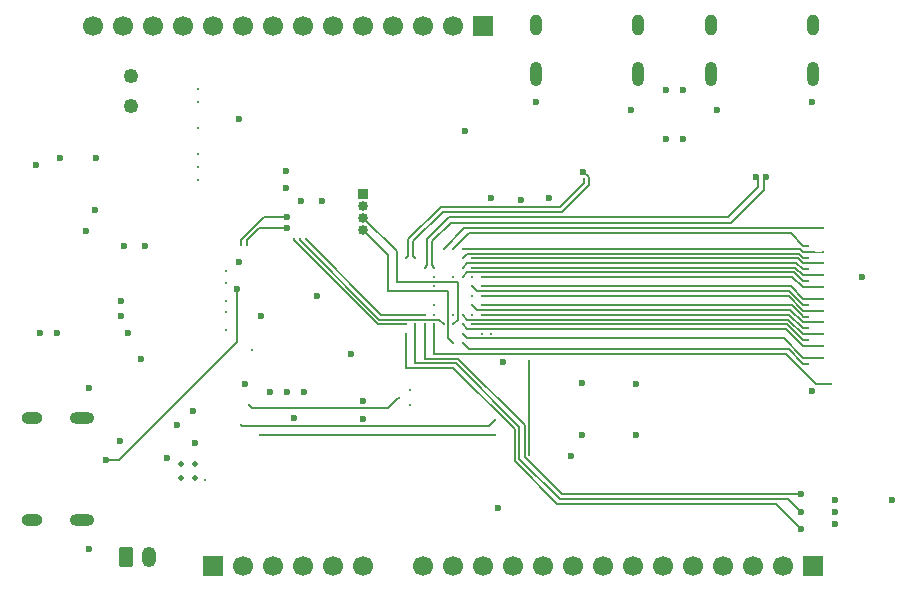
<source format=gbr>
%TF.GenerationSoftware,KiCad,Pcbnew,9.0.3*%
%TF.CreationDate,2025-10-26T12:54:33-04:00*%
%TF.ProjectId,SeedSBC_rev1_1,53656564-5342-4435-9f72-6576315f312e,rev?*%
%TF.SameCoordinates,Original*%
%TF.FileFunction,Copper,L4,Inr*%
%TF.FilePolarity,Positive*%
%FSLAX46Y46*%
G04 Gerber Fmt 4.6, Leading zero omitted, Abs format (unit mm)*
G04 Created by KiCad (PCBNEW 9.0.3) date 2025-10-26 12:54:33*
%MOMM*%
%LPD*%
G01*
G04 APERTURE LIST*
G04 Aperture macros list*
%AMRoundRect*
0 Rectangle with rounded corners*
0 $1 Rounding radius*
0 $2 $3 $4 $5 $6 $7 $8 $9 X,Y pos of 4 corners*
0 Add a 4 corners polygon primitive as box body*
4,1,4,$2,$3,$4,$5,$6,$7,$8,$9,$2,$3,0*
0 Add four circle primitives for the rounded corners*
1,1,$1+$1,$2,$3*
1,1,$1+$1,$4,$5*
1,1,$1+$1,$6,$7*
1,1,$1+$1,$8,$9*
0 Add four rect primitives between the rounded corners*
20,1,$1+$1,$2,$3,$4,$5,0*
20,1,$1+$1,$4,$5,$6,$7,0*
20,1,$1+$1,$6,$7,$8,$9,0*
20,1,$1+$1,$8,$9,$2,$3,0*%
G04 Aperture macros list end*
%TA.AperFunction,HeatsinkPad*%
%ADD10O,2.100000X1.000000*%
%TD*%
%TA.AperFunction,HeatsinkPad*%
%ADD11O,1.800000X1.000000*%
%TD*%
%TA.AperFunction,ComponentPad*%
%ADD12RoundRect,0.250000X-0.350000X-0.625000X0.350000X-0.625000X0.350000X0.625000X-0.350000X0.625000X0*%
%TD*%
%TA.AperFunction,ComponentPad*%
%ADD13O,1.200000X1.750000*%
%TD*%
%TA.AperFunction,HeatsinkPad*%
%ADD14O,1.000000X2.100000*%
%TD*%
%TA.AperFunction,HeatsinkPad*%
%ADD15O,1.000000X1.800000*%
%TD*%
%TA.AperFunction,ComponentPad*%
%ADD16R,1.700000X1.700000*%
%TD*%
%TA.AperFunction,ComponentPad*%
%ADD17C,1.700000*%
%TD*%
%TA.AperFunction,HeatsinkPad*%
%ADD18C,0.500000*%
%TD*%
%TA.AperFunction,ComponentPad*%
%ADD19R,0.850000X0.850000*%
%TD*%
%TA.AperFunction,ComponentPad*%
%ADD20C,0.850000*%
%TD*%
%TA.AperFunction,ViaPad*%
%ADD21C,0.600000*%
%TD*%
%TA.AperFunction,ViaPad*%
%ADD22C,0.300000*%
%TD*%
%TA.AperFunction,ViaPad*%
%ADD23C,1.250000*%
%TD*%
%TA.AperFunction,Conductor*%
%ADD24C,0.150000*%
%TD*%
%TA.AperFunction,Conductor*%
%ADD25C,0.100000*%
%TD*%
%TA.AperFunction,Conductor*%
%ADD26C,0.200000*%
%TD*%
G04 APERTURE END LIST*
D10*
%TO.N,Net-(J6-SHIELD)*%
%TO.C,J6*%
X108257500Y-111905000D03*
D11*
X104077500Y-111905000D03*
D10*
X108257500Y-120545000D03*
D11*
X104077500Y-120545000D03*
%TD*%
D12*
%TO.N,V_BAT*%
%TO.C,J3*%
X111960000Y-123740000D03*
D13*
%TO.N,GND*%
X113960000Y-123740000D03*
%TD*%
D14*
%TO.N,GND*%
%TO.C,J1*%
X170140000Y-82815000D03*
D15*
X170140000Y-78635000D03*
D14*
X161500000Y-82815000D03*
D15*
X161500000Y-78635000D03*
%TD*%
D14*
%TO.N,GND*%
%TO.C,J7*%
X155320000Y-82815000D03*
D15*
X155320000Y-78635000D03*
D14*
X146680000Y-82815000D03*
D15*
X146680000Y-78635000D03*
%TD*%
D16*
%TO.N,/FPGA + SRAM/FPGA/SPI_CNFG_CS*%
%TO.C,J4*%
X119380000Y-124460000D03*
D17*
%TO.N,/FPGA + SRAM/FPGA/SPI_CNFG_SCK*%
X121920000Y-124460000D03*
%TO.N,/FPGA + SRAM/FPGA/SPI_CNFG_DI*%
X124460000Y-124460000D03*
%TO.N,/FPGA + SRAM/FPGA/SPI_CNFG_DO*%
X127000000Y-124460000D03*
%TO.N,P3V3*%
X129540000Y-124460000D03*
%TO.N,GND*%
X132080000Y-124460000D03*
%TD*%
D18*
%TO.N,GND*%
%TO.C,U9*%
X116647500Y-117030000D03*
X117827500Y-117030000D03*
X116647500Y-115850000D03*
X117827500Y-115850000D03*
%TD*%
D16*
%TO.N,GND*%
%TO.C,J8*%
X170180000Y-124460000D03*
D17*
%TO.N,/FPGA + SRAM/IO_B1*%
X167640000Y-124460000D03*
%TO.N,/FPGA + SRAM/IO_B2*%
X165100000Y-124460000D03*
%TO.N,/FPGA + SRAM/IO_B3*%
X162560000Y-124460000D03*
%TO.N,/FPGA + SRAM/IO_B4*%
X160020000Y-124460000D03*
%TO.N,/FPGA + SRAM/IO_B5*%
X157480000Y-124460000D03*
%TO.N,/FPGA + SRAM/IO_B6*%
X154940000Y-124460000D03*
%TO.N,/FPGA + SRAM/IO_B7*%
X152400000Y-124460000D03*
%TO.N,/FPGA + SRAM/IO_B8*%
X149860000Y-124460000D03*
%TO.N,/FPGA + SRAM/IO_B9*%
X147320000Y-124460000D03*
%TO.N,/FPGA + SRAM/IO_B10*%
X144780000Y-124460000D03*
%TO.N,GND*%
X142240000Y-124460000D03*
%TO.N,P3V3*%
X139700000Y-124460000D03*
%TO.N,V_BAT*%
X137160000Y-124460000D03*
%TD*%
D16*
%TO.N,GND*%
%TO.C,J5*%
X142240000Y-78740000D03*
D17*
%TO.N,/FPGA + SRAM/IO_T1*%
X139700000Y-78740000D03*
%TO.N,/FPGA + SRAM/IO_T2*%
X137160000Y-78740000D03*
%TO.N,/FPGA + SRAM/IO_T3*%
X134620000Y-78740000D03*
%TO.N,/FPGA + SRAM/IO_T4*%
X132080000Y-78740000D03*
%TO.N,/FPGA + SRAM/IO_T5*%
X129540000Y-78740000D03*
%TO.N,/FPGA + SRAM/IO_T6*%
X127000000Y-78740000D03*
%TO.N,/FPGA + SRAM/IO_T7*%
X124460000Y-78740000D03*
%TO.N,/FPGA + SRAM/IO_T8*%
X121920000Y-78740000D03*
%TO.N,/FPGA + SRAM/IO_T9*%
X119380000Y-78740000D03*
%TO.N,/FPGA + SRAM/IO_T10*%
X116840000Y-78740000D03*
%TO.N,USB_VBUS2*%
X114300000Y-78740000D03*
%TO.N,EN*%
X111760000Y-78740000D03*
%TO.N,USB_VBUS*%
X109220000Y-78740000D03*
%TD*%
D19*
%TO.N,EXT_PLL2P*%
%TO.C,J9*%
X132080000Y-93000000D03*
D20*
%TO.N,EXT_PLL2N*%
X132080000Y-94000000D03*
%TO.N,EXT_PLL1P*%
X132080000Y-95000000D03*
%TO.N,EXT_PLL1N*%
X132080000Y-96000000D03*
%TD*%
D21*
%TO.N,P2V5*%
X145400000Y-93500000D03*
%TO.N,Net-(D3-BK)*%
X171990000Y-120940000D03*
%TO.N,GND*%
X121560000Y-98760000D03*
D22*
X120500000Y-103000000D03*
D21*
X155150000Y-113400000D03*
X159150000Y-84170000D03*
X150640000Y-109010000D03*
X157700000Y-84170000D03*
X155200000Y-109040000D03*
X159130000Y-88350000D03*
X150640000Y-113390000D03*
X123441331Y-103283871D03*
X108900000Y-109400000D03*
X157680000Y-88340000D03*
X108828091Y-123041263D03*
X121550000Y-86630000D03*
X147813171Y-93290187D03*
X140690000Y-87650000D03*
X142880000Y-93280000D03*
%TO.N,V_SYS*%
X109400437Y-94291884D03*
X117690000Y-111313769D03*
X109416600Y-89957400D03*
X117796100Y-114069354D03*
X106416600Y-89957400D03*
X104690000Y-104740000D03*
X108600000Y-96100000D03*
X104370000Y-90510000D03*
X106160000Y-104750000D03*
X116332753Y-112564539D03*
D22*
X118700000Y-117200000D03*
D21*
%TO.N,Net-(D3-GK)*%
X171990000Y-118850000D03*
%TO.N,Net-(D3-RK)*%
X172000000Y-119890000D03*
D22*
%TO.N,/FPGA + SRAM/SD_DAT0*%
X118120000Y-85200000D03*
%TO.N,/FPGA + SRAM/LED_B*%
X135700000Y-104800000D03*
D21*
X169170000Y-121350000D03*
D22*
%TO.N,/FPGA + SRAM/SD_CLK*%
X118120000Y-87400000D03*
%TO.N,/FPGA + SRAM/FIFO_RD_B*%
X138900000Y-104000000D03*
X126700000Y-96800000D03*
%TO.N,/FPGA + SRAM/SD_DAT1*%
X118120000Y-84100000D03*
%TO.N,/FPGA + SRAM/FPGA/DQ11*%
X171020000Y-101850000D03*
X142100000Y-100800000D03*
%TO.N,/FPGA + SRAM/FIFO_TXE_B*%
X127200000Y-96800000D03*
X137300000Y-103200000D03*
%TO.N,/FPGA + SRAM/FPGA/SRAM_CE_B*%
X171020000Y-106850000D03*
X140500000Y-104800000D03*
%TO.N,/FPGA + SRAM/SD_DAT3*%
X118120000Y-90700000D03*
%TO.N,/FPGA + SRAM/FPGA/DQ14*%
X140500000Y-98400000D03*
X169750000Y-98350000D03*
%TO.N,/FPGA + SRAM/FPGA/DQ7*%
X140500000Y-97600000D03*
X171020000Y-97850000D03*
%TO.N,/FPGA + SRAM/FPGA/DQ3*%
X169750000Y-102350000D03*
X141300000Y-100800000D03*
%TO.N,/FPGA + SRAM/FPGA/DQ15*%
X139700000Y-97600000D03*
X169750000Y-97350000D03*
%TO.N,/FPGA + SRAM/FPGA/SPI_CNFG_SCK*%
X121701000Y-112501000D03*
X143200000Y-112100000D03*
%TO.N,EXT_PLL1N*%
X139700000Y-105600000D03*
%TO.N,/FPGA + SRAM/FPGA/SPI_CNFG_DI*%
X143200000Y-113370000D03*
X123300000Y-113400000D03*
%TO.N,/FPGA + SRAM/FPGA/DQ9*%
X171020000Y-103850000D03*
X141300000Y-102400000D03*
%TO.N,/FPGA + SRAM/FPGA/SPI_CNFG_CS*%
X142900000Y-104800000D03*
X136025000Y-109560000D03*
%TO.N,/FPGA + SRAM/FPGA/A16*%
X138900000Y-97600000D03*
X171020000Y-95850000D03*
%TO.N,/FPGA + SRAM/USB3_DP*%
X137300000Y-99200000D03*
D21*
X165370000Y-91540000D03*
D22*
%TO.N,/FPGA + SRAM/FPGA/A0*%
X140500000Y-105600000D03*
X169750000Y-107350000D03*
%TO.N,P1V2*%
X138100000Y-103200000D03*
X141300000Y-103200000D03*
D21*
X113601868Y-97358040D03*
D22*
X138100000Y-100000000D03*
X141300000Y-100000000D03*
D21*
X111850000Y-97360000D03*
D22*
%TO.N,/FPGA + SRAM/USB3_DN*%
X138100000Y-99200000D03*
D21*
X166160000Y-91560000D03*
D22*
%TO.N,/FPGA + SRAM/LED_R*%
X136500000Y-104000000D03*
D21*
X169170000Y-119890000D03*
D22*
%TO.N,/FPGA + SRAM/FPGA/DQ6*%
X171020000Y-98850000D03*
X141300000Y-98400000D03*
%TO.N,/SD MMC/SD_CMD*%
X118120000Y-89600000D03*
%TO.N,/FPGA + SRAM/FPGA/DQ2*%
X142100000Y-102400000D03*
X169750000Y-103350000D03*
D21*
%TO.N,USB_VBUS*%
X111530000Y-113909267D03*
X115477983Y-115303221D03*
D22*
%TO.N,/FPGA + SRAM/FPGA/DQ5*%
X171020000Y-99850000D03*
X141300000Y-99200000D03*
D21*
%TO.N,P3V3*%
X131054636Y-106531013D03*
D22*
X138100000Y-102400000D03*
D21*
X149650000Y-115120000D03*
X124171159Y-109695795D03*
X113295500Y-106900000D03*
X112190000Y-104740000D03*
X125547678Y-91021303D03*
X128193413Y-101606587D03*
X174320000Y-100030000D03*
X122091162Y-109098405D03*
X126800000Y-93545219D03*
X132073916Y-110537824D03*
X128600000Y-93536958D03*
X176840000Y-118840000D03*
D22*
X141300000Y-101600000D03*
D21*
X143510000Y-119580000D03*
D22*
X139700000Y-100000000D03*
D21*
X111536525Y-101999133D03*
D22*
X139700000Y-103200000D03*
D21*
X143922983Y-107222885D03*
X132070000Y-112000000D03*
D22*
X122700000Y-106200000D03*
D21*
X125548907Y-92477174D03*
X170040000Y-109660000D03*
X125629130Y-109700650D03*
X127090000Y-109700000D03*
D22*
X138100000Y-100800000D03*
D21*
X111540000Y-103310000D03*
D22*
%TO.N,/FPGA + SRAM/CDONE*%
X146140521Y-107100000D03*
X146140521Y-115059479D03*
%TO.N,EXT_PLL1P*%
X139700000Y-104000000D03*
%TO.N,/FPGA + SRAM/SD_DAT2*%
X118120000Y-91800000D03*
%TO.N,/FPGA + SRAM/FPGA/DQ1*%
X142100000Y-103200000D03*
X169750000Y-104350000D03*
%TO.N,/FPGA + SRAM/FPGA/DQ13*%
X169750000Y-99350000D03*
X140500000Y-99200000D03*
%TO.N,/FPGA + SRAM/FPGA/DQ10*%
X171020000Y-102850000D03*
X142100000Y-101600000D03*
%TO.N,/FPGA + SRAM/FPGA/DQ4*%
X171020000Y-100850000D03*
X142100000Y-100000000D03*
%TO.N,/FPGA + SRAM/FPGA/SRAM_OE_B*%
X140500000Y-104000000D03*
X171020000Y-105850000D03*
%TO.N,/FPGA + SRAM/LED_G*%
X137300000Y-104000000D03*
D21*
X169170000Y-118400000D03*
D22*
%TO.N,/FPGA + SRAM/FPGA/DQ12*%
X140500000Y-100000000D03*
X169750000Y-100350000D03*
D21*
%TO.N,P2V5*%
X126198000Y-111901000D03*
D22*
%TO.N,/FPGA + SRAM/FPGA/DQ8*%
X171020000Y-104850000D03*
X140500000Y-103200000D03*
%TO.N,/FPGA + SRAM/USB2_DP*%
X136500000Y-98400000D03*
D21*
X150730000Y-91070000D03*
D22*
%TO.N,/FPGA + SRAM/FPGA/SPI_CNFG_DO*%
X135150000Y-110250000D03*
X142100000Y-104800000D03*
X136025000Y-110830000D03*
X122400000Y-110800000D03*
%TO.N,/FPGA + SRAM/FPGA/DQ0*%
X169750000Y-105350000D03*
X141300000Y-104000000D03*
%TO.N,/FPGA + SRAM/USB2_DN*%
X135700000Y-98400000D03*
X150780000Y-91730000D03*
%TO.N,/FPGA + SRAM/USR_BTN1*%
X171690000Y-109030000D03*
X138100000Y-104000000D03*
%TO.N,/FPGA + SRAM/FIFO_WR_B*%
X135700000Y-104000000D03*
X126200000Y-96800000D03*
D21*
%TO.N,Net-(U7-CS)*%
X125602622Y-94916128D03*
D22*
X121700000Y-97300000D03*
%TO.N,Net-(U7-CLK)*%
X122200000Y-97300000D03*
D21*
X125610283Y-95866132D03*
D22*
%TO.N,Net-(U8-REF)*%
X120500000Y-100500000D03*
%TO.N,Net-(U8-~{RESET})*%
X120500000Y-104500000D03*
D21*
%TO.N,/USB/D1-*%
X121359783Y-100978412D03*
X110340000Y-115470000D03*
D22*
%TO.N,Net-(U8-VPLL)*%
X120500000Y-102000000D03*
%TO.N,Net-(U8-VPHY)*%
X120500000Y-99500000D03*
D23*
%TO.N,USB_VBUS2*%
X112410000Y-85540000D03*
D21*
X162050000Y-85830000D03*
X146700000Y-85190000D03*
X170050000Y-85200000D03*
D23*
X112420000Y-82980000D03*
D21*
X154730000Y-85820000D03*
%TD*%
D24*
%TO.N,/FPGA + SRAM/LED_B*%
X139700000Y-107700000D02*
X144900000Y-112900000D01*
X135700000Y-107700000D02*
X139700000Y-107700000D01*
X144900000Y-112900000D02*
X144900000Y-115600000D01*
X144900000Y-115600000D02*
X148500000Y-119200000D01*
X148500000Y-119200000D02*
X167020000Y-119200000D01*
X135700000Y-104800000D02*
X135700000Y-107700000D01*
X167020000Y-119200000D02*
X169170000Y-121350000D01*
%TO.N,/FPGA + SRAM/FIFO_RD_B*%
X126700000Y-96867100D02*
X126700000Y-96800000D01*
X133432900Y-103600000D02*
X126700000Y-96867100D01*
X138500000Y-103600000D02*
X133432900Y-103600000D01*
X138900000Y-104000000D02*
X138500000Y-103600000D01*
%TO.N,/FPGA + SRAM/FPGA/DQ11*%
X169339998Y-101850000D02*
X168289998Y-100800000D01*
X171020000Y-101850000D02*
X169339998Y-101850000D01*
X168289998Y-100800000D02*
X142100000Y-100800000D01*
%TO.N,/FPGA + SRAM/FIFO_TXE_B*%
X137300000Y-103200000D02*
X133600000Y-103200000D01*
X133600000Y-103200000D02*
X127200000Y-96800000D01*
%TO.N,/FPGA + SRAM/FPGA/SRAM_CE_B*%
X171020000Y-106850000D02*
X169340000Y-106850000D01*
X140900000Y-105200000D02*
X140500000Y-104800000D01*
X169340000Y-106850000D02*
X167690000Y-105200000D01*
X167690000Y-105200000D02*
X140900000Y-105200000D01*
%TO.N,/FPGA + SRAM/FPGA/DQ14*%
X140500000Y-98400000D02*
X140876000Y-98024000D01*
X168982254Y-98024000D02*
X169308254Y-98350000D01*
X140876000Y-98024000D02*
X168982254Y-98024000D01*
X169308254Y-98350000D02*
X169750000Y-98350000D01*
D25*
%TO.N,/FPGA + SRAM/FPGA/DQ7*%
X170355755Y-97850000D02*
X171020000Y-97850000D01*
D24*
X140500000Y-97600000D02*
X169058254Y-97600000D01*
X169308254Y-97850000D02*
X170355755Y-97850000D01*
X169058254Y-97600000D02*
X169308254Y-97850000D01*
%TO.N,/FPGA + SRAM/FPGA/DQ3*%
X168122900Y-101200000D02*
X141700000Y-101200000D01*
X169272900Y-102350000D02*
X168122900Y-101200000D01*
X169750000Y-102350000D02*
X169272900Y-102350000D01*
X141700000Y-101200000D02*
X141300000Y-100800000D01*
%TO.N,/FPGA + SRAM/FPGA/DQ15*%
X141000000Y-96300000D02*
X139700000Y-97600000D01*
X169340000Y-97350000D02*
X168290000Y-96300000D01*
X168290000Y-96300000D02*
X141000000Y-96300000D01*
X169750000Y-97350000D02*
X169340000Y-97350000D01*
D26*
%TO.N,/FPGA + SRAM/FPGA/SPI_CNFG_SCK*%
X121800000Y-112600000D02*
X142700000Y-112600000D01*
X142700000Y-112600000D02*
X143200000Y-112100000D01*
X121701000Y-112501000D02*
X121800000Y-112600000D01*
D24*
%TO.N,EXT_PLL1N*%
X139300000Y-101200000D02*
X134200000Y-101200000D01*
X134200000Y-98120000D02*
X132080000Y-96000000D01*
X134200000Y-101200000D02*
X134200000Y-98120000D01*
X139300000Y-105200000D02*
X139300000Y-101200000D01*
X139700000Y-105600000D02*
X139300000Y-105200000D01*
D26*
%TO.N,/FPGA + SRAM/FPGA/SPI_CNFG_DI*%
X123300000Y-113400000D02*
X143170000Y-113400000D01*
X143170000Y-113400000D02*
X143200000Y-113370000D01*
D24*
%TO.N,/FPGA + SRAM/FPGA/DQ9*%
X171020000Y-103850000D02*
X169272900Y-103850000D01*
X141700000Y-102800000D02*
X141300000Y-102400000D01*
X168222900Y-102800000D02*
X141700000Y-102800000D01*
X169272900Y-103850000D02*
X168222900Y-102800000D01*
%TO.N,/FPGA + SRAM/FPGA/A16*%
X140650000Y-95850000D02*
X138900000Y-97600000D01*
X171020000Y-95850000D02*
X140650000Y-95850000D01*
D26*
%TO.N,/FPGA + SRAM/USB3_DP*%
X163003606Y-94950000D02*
X165544999Y-92408607D01*
X139331802Y-94950000D02*
X163003606Y-94950000D01*
X137475000Y-96806802D02*
X139331802Y-94950000D01*
X165544999Y-91714999D02*
X165370000Y-91540000D01*
X137300000Y-99200000D02*
X137475000Y-99025000D01*
X165544999Y-92408607D02*
X165544999Y-91714999D01*
X137475000Y-99025000D02*
X137475000Y-96806802D01*
D24*
%TO.N,/FPGA + SRAM/FPGA/A0*%
X168090000Y-106100000D02*
X141000000Y-106100000D01*
X169340000Y-107350000D02*
X168090000Y-106100000D01*
X141000000Y-106100000D02*
X140500000Y-105600000D01*
X169750000Y-107350000D02*
X169340000Y-107350000D01*
D26*
%TO.N,/FPGA + SRAM/USB3_DN*%
X163190000Y-95400000D02*
X165995001Y-92594999D01*
X138100000Y-99200000D02*
X137925000Y-99025000D01*
X165995001Y-91724999D02*
X166160000Y-91560000D01*
X137925000Y-99025000D02*
X137925000Y-96993198D01*
X137925000Y-96993198D02*
X139518198Y-95400000D01*
X139518198Y-95400000D02*
X163190000Y-95400000D01*
X165995001Y-92594999D02*
X165995001Y-91724999D01*
D24*
%TO.N,/FPGA + SRAM/LED_R*%
X139900000Y-107300000D02*
X145300000Y-112700000D01*
X136500000Y-104000000D02*
X136500000Y-107300000D01*
X168080000Y-118800000D02*
X169170000Y-119890000D01*
X136500000Y-107300000D02*
X139900000Y-107300000D01*
X148700000Y-118800000D02*
X168080000Y-118800000D01*
X145300000Y-115400000D02*
X148700000Y-118800000D01*
X145300000Y-112700000D02*
X145300000Y-115400000D01*
%TO.N,/FPGA + SRAM/FPGA/DQ6*%
X169308254Y-98850000D02*
X171020000Y-98850000D01*
X141300000Y-98400000D02*
X168858254Y-98400000D01*
X168858254Y-98400000D02*
X169308254Y-98850000D01*
%TO.N,/FPGA + SRAM/FPGA/DQ2*%
X168389998Y-102400000D02*
X142100000Y-102400000D01*
X169750000Y-103350000D02*
X169340000Y-103350000D01*
X169241000Y-103251000D02*
X169240998Y-103251000D01*
X169340000Y-103350000D02*
X169241000Y-103251000D01*
X169240998Y-103251000D02*
X168389998Y-102400000D01*
%TO.N,/FPGA + SRAM/FPGA/DQ5*%
X168622900Y-99200000D02*
X141300000Y-99200000D01*
X171020000Y-99850000D02*
X169272900Y-99850000D01*
X169272900Y-99850000D02*
X168622900Y-99200000D01*
%TO.N,/FPGA + SRAM/CDONE*%
X146140521Y-107100000D02*
X146140521Y-115059479D01*
%TO.N,EXT_PLL1P*%
X134900000Y-97820000D02*
X132080000Y-95000000D01*
X140100000Y-100400000D02*
X134900000Y-100400000D01*
X134900000Y-100400000D02*
X134900000Y-97820000D01*
X139700000Y-104000000D02*
X140100000Y-103600000D01*
X140100000Y-103600000D02*
X140100000Y-100400000D01*
%TO.N,/FPGA + SRAM/FPGA/DQ1*%
X169750000Y-104350000D02*
X169272900Y-104350000D01*
X168122900Y-103200000D02*
X142100000Y-103200000D01*
X169272900Y-104350000D02*
X168122900Y-103200000D01*
%TO.N,/FPGA + SRAM/FPGA/DQ13*%
X168722898Y-98800000D02*
X140900000Y-98800000D01*
X169272898Y-99350000D02*
X168722898Y-98800000D01*
X140900000Y-98800000D02*
X140500000Y-99200000D01*
X169750000Y-99350000D02*
X169272898Y-99350000D01*
%TO.N,/FPGA + SRAM/FPGA/DQ10*%
X171020000Y-102850000D02*
X169340000Y-102850000D01*
X169340000Y-102850000D02*
X168090000Y-101600000D01*
X168090000Y-101600000D02*
X142100000Y-101600000D01*
%TO.N,/FPGA + SRAM/FPGA/DQ4*%
X171020000Y-100850000D02*
X169272898Y-100850000D01*
X168422898Y-100000000D02*
X142100000Y-100000000D01*
X169272898Y-100850000D02*
X168422898Y-100000000D01*
%TO.N,/FPGA + SRAM/FPGA/SRAM_OE_B*%
X167889998Y-104400000D02*
X141467100Y-104400000D01*
X141467100Y-104400000D02*
X141466100Y-104401000D01*
X171020000Y-105850000D02*
X169339998Y-105850000D01*
X141133900Y-104401000D02*
X141132900Y-104400000D01*
X169339998Y-105850000D02*
X167889998Y-104400000D01*
X141132900Y-104400000D02*
X140900000Y-104400000D01*
X140900000Y-104400000D02*
X140500000Y-104000000D01*
X141466100Y-104401000D02*
X141133900Y-104401000D01*
%TO.N,/FPGA + SRAM/LED_G*%
X137300000Y-106900000D02*
X140100000Y-106900000D01*
X137300000Y-104000000D02*
X137300000Y-106900000D01*
X145739521Y-115225579D02*
X148913942Y-118400000D01*
X148913942Y-118400000D02*
X169170000Y-118400000D01*
X145739521Y-112539521D02*
X145739521Y-115225579D01*
X140100000Y-106900000D02*
X145739521Y-112539521D01*
%TO.N,/FPGA + SRAM/FPGA/DQ12*%
X141133900Y-99601000D02*
X141132900Y-99600000D01*
X141132900Y-99600000D02*
X140900000Y-99600000D01*
X169272900Y-100350000D02*
X168522900Y-99600000D01*
X141467100Y-99600000D02*
X141466100Y-99601000D01*
X141466100Y-99601000D02*
X141133900Y-99601000D01*
X169750000Y-100350000D02*
X169272900Y-100350000D01*
X168522900Y-99600000D02*
X141467100Y-99600000D01*
X140900000Y-99600000D02*
X140500000Y-100000000D01*
%TO.N,/FPGA + SRAM/FPGA/DQ8*%
X141932900Y-103600000D02*
X140883550Y-103600000D01*
X142267100Y-103600000D02*
X142266100Y-103601000D01*
X168022900Y-103600000D02*
X142267100Y-103600000D01*
X141933900Y-103601000D02*
X141932900Y-103600000D01*
X169272900Y-104850000D02*
X168022900Y-103600000D01*
X140500000Y-103216450D02*
X140500000Y-103200000D01*
X140883550Y-103600000D02*
X140500000Y-103216450D01*
X171020000Y-104850000D02*
X169272900Y-104850000D01*
X142266100Y-103601000D02*
X141933900Y-103601000D01*
D26*
%TO.N,/FPGA + SRAM/USB2_DP*%
X136325000Y-98225000D02*
X136325000Y-96993198D01*
X148918198Y-94500000D02*
X151230878Y-92187320D01*
X151230878Y-91725000D02*
X151230878Y-91570878D01*
X151230878Y-91570878D02*
X150730000Y-91070000D01*
X151230878Y-92187320D02*
X151230878Y-91725000D01*
X136325000Y-96993198D02*
X138818198Y-94500000D01*
X138818198Y-94500000D02*
X148918198Y-94500000D01*
X136500000Y-98400000D02*
X136325000Y-98225000D01*
%TO.N,/FPGA + SRAM/FPGA/SPI_CNFG_DO*%
X122700000Y-111100000D02*
X122400000Y-110800000D01*
X134200000Y-111100000D02*
X122700000Y-111100000D01*
X135050000Y-110250000D02*
X134200000Y-111100000D01*
X135150000Y-110250000D02*
X135050000Y-110250000D01*
D24*
%TO.N,/FPGA + SRAM/FPGA/DQ0*%
X167922900Y-104000000D02*
X141300000Y-104000000D01*
X169750000Y-105350000D02*
X169272900Y-105350000D01*
X169272900Y-105350000D02*
X167922900Y-104000000D01*
D26*
%TO.N,/FPGA + SRAM/USB2_DN*%
X135875000Y-96806802D02*
X138631802Y-94050000D01*
X135700000Y-98400000D02*
X135875000Y-98225000D01*
X148731802Y-94050000D02*
X150780876Y-92000926D01*
X138631802Y-94050000D02*
X148731802Y-94050000D01*
X150780876Y-92000926D02*
X150780876Y-91730876D01*
X135875000Y-98225000D02*
X135875000Y-96806802D01*
X150780876Y-91730876D02*
X150780000Y-91730000D01*
D24*
%TO.N,/FPGA + SRAM/USR_BTN1*%
X138100000Y-104000000D02*
X138100000Y-106500000D01*
X138100000Y-106500000D02*
X167852502Y-106500000D01*
X167852502Y-106500000D02*
X170382502Y-109030000D01*
X170382502Y-109030000D02*
X171690000Y-109030000D01*
%TO.N,/FPGA + SRAM/FIFO_WR_B*%
X133332900Y-104000000D02*
X126200000Y-96867100D01*
X126200000Y-96867100D02*
X126200000Y-96800000D01*
X135700000Y-104000000D02*
X133332900Y-104000000D01*
%TO.N,Net-(U7-CS)*%
X125602622Y-94916128D02*
X125596094Y-94909600D01*
X123690401Y-94909600D02*
X121700000Y-96900001D01*
X125596094Y-94909600D02*
X123690401Y-94909600D01*
X121700000Y-96900001D02*
X121700000Y-97300000D01*
%TO.N,Net-(U7-CLK)*%
X125610283Y-95866132D02*
X125603751Y-95859600D01*
X123236789Y-95859600D02*
X122200000Y-96896389D01*
X122200000Y-96896389D02*
X122200000Y-97300000D01*
X125603751Y-95859600D02*
X123236789Y-95859600D01*
D26*
%TO.N,/USB/D1-*%
X110340000Y-115470000D02*
X111399940Y-115470000D01*
X111399940Y-115470000D02*
X121386600Y-105483340D01*
X121386600Y-101005229D02*
X121359783Y-100978412D01*
X121386600Y-105483340D02*
X121386600Y-101005229D01*
%TD*%
M02*

</source>
